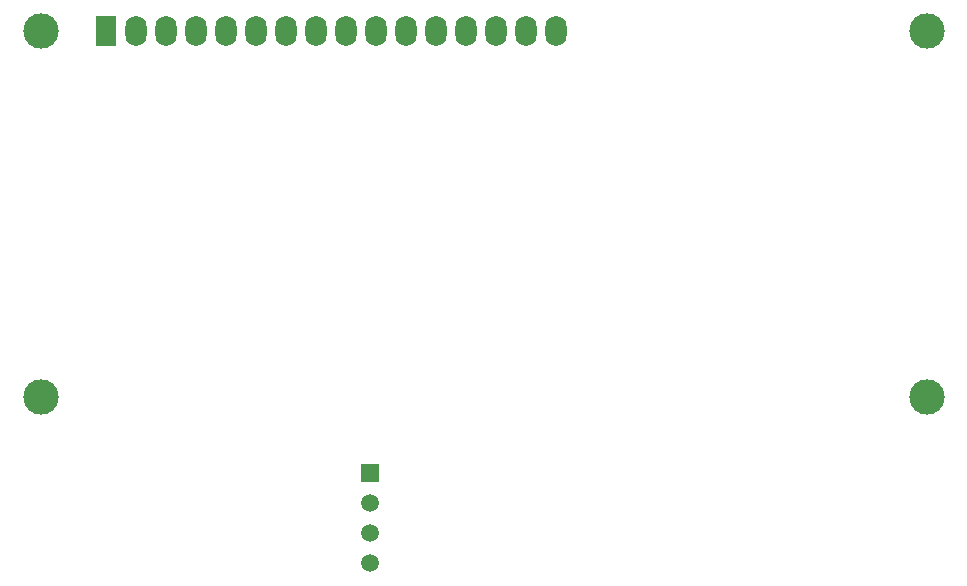
<source format=gbr>
%TF.GenerationSoftware,KiCad,Pcbnew,9.0.0*%
%TF.CreationDate,2025-04-10T22:29:10+05:30*%
%TF.ProjectId,greenhouse_control_assignment_new,67726565-6e68-46f7-9573-655f636f6e74,rev?*%
%TF.SameCoordinates,Original*%
%TF.FileFunction,Soldermask,Bot*%
%TF.FilePolarity,Negative*%
%FSLAX46Y46*%
G04 Gerber Fmt 4.6, Leading zero omitted, Abs format (unit mm)*
G04 Created by KiCad (PCBNEW 9.0.0) date 2025-04-10 22:29:10*
%MOMM*%
%LPD*%
G01*
G04 APERTURE LIST*
%ADD10R,1.500000X1.500000*%
%ADD11C,1.500000*%
%ADD12C,3.000000*%
%ADD13R,1.800000X2.600000*%
%ADD14O,1.800000X2.600000*%
G04 APERTURE END LIST*
D10*
%TO.C,U2*%
X101395000Y-91930000D03*
D11*
X101395000Y-94470000D03*
X101395000Y-97010000D03*
X101395000Y-99550000D03*
%TD*%
D12*
%TO.C,DS1*%
X73500900Y-54500000D03*
X73500900Y-85500700D03*
X148499480Y-85500700D03*
X148500000Y-54500000D03*
D13*
X79000000Y-54500000D03*
D14*
X81540000Y-54500000D03*
X84080000Y-54500000D03*
X86620000Y-54500000D03*
X89160000Y-54500000D03*
X91700000Y-54500000D03*
X94240000Y-54500000D03*
X96780000Y-54500000D03*
X99320000Y-54500000D03*
X101860000Y-54500000D03*
X104400000Y-54500000D03*
X106940000Y-54500000D03*
X109480000Y-54500000D03*
X112020000Y-54500000D03*
X114560000Y-54500000D03*
X117100000Y-54500000D03*
%TD*%
M02*

</source>
